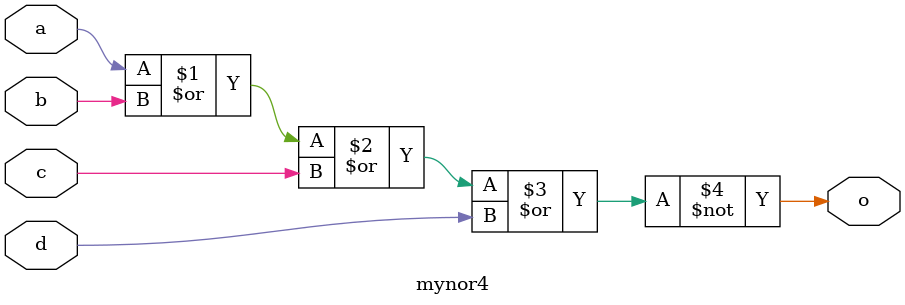
<source format=v>
module mynor2(input a,b,
		output o);
	assign o = ~(a | b);
endmodule

module mynor3(input a, b, c,
		output o);
	assign o = ~(a | b | c);
endmodule 


module mynor4(input a, b, c, d,
		output o);
	assign o = ~(a | b | c | d);
endmodule

</source>
